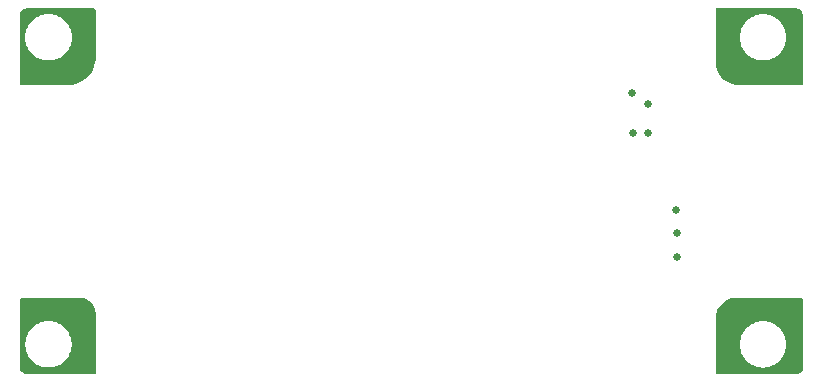
<source format=gbs>
G04*
G04 #@! TF.GenerationSoftware,Altium Limited,Altium Designer,21.6.4 (81)*
G04*
G04 Layer_Color=16711935*
%FSLAX25Y25*%
%MOIN*%
G70*
G04*
G04 #@! TF.SameCoordinates,EC57A691-81B7-4C8C-A3E3-72FCA770F10A*
G04*
G04*
G04 #@! TF.FilePolarity,Negative*
G04*
G01*
G75*
%ADD40C,0.02559*%
G36*
X22256Y27001D02*
X22652Y26941D01*
X23042Y26851D01*
X23423Y26732D01*
X23795Y26584D01*
X24155Y26409D01*
X24500Y26206D01*
X24829Y25979D01*
X25139Y25727D01*
X25430Y25452D01*
X25700Y25157D01*
X25946Y24841D01*
X26168Y24508D01*
X26363Y24160D01*
X26532Y23797D01*
X26673Y23423D01*
X26785Y23039D01*
X26868Y22647D01*
X26884Y22531D01*
X26933Y22051D01*
X26933Y22051D01*
X26933Y22051D01*
Y1958D01*
X26579Y1604D01*
X4114Y1606D01*
X4114Y1606D01*
X4114Y1606D01*
X3867D01*
X3382Y1702D01*
X2926Y1891D01*
X2515Y2166D01*
X2166Y2515D01*
X1891Y2926D01*
X1702Y3382D01*
X1606Y3867D01*
X1606Y4114D01*
X1606Y4114D01*
X1606Y4114D01*
X1604Y26678D01*
X1958Y27031D01*
X21657Y27031D01*
X21858Y27031D01*
X22256Y27001D01*
D02*
G37*
G36*
X26916Y123030D02*
X26916Y106235D01*
X26829Y105390D01*
X26350Y103760D01*
X25582Y102245D01*
X24550Y100895D01*
X23288Y99757D01*
X21840Y98868D01*
X20255Y98258D01*
X18584Y97948D01*
X17735Y97948D01*
X1599D01*
X1598Y120772D01*
X1598Y121029D01*
X1698Y121533D01*
X1894Y122008D01*
X2180Y122435D01*
X2543Y122799D01*
X2970Y123085D01*
X3445Y123282D01*
X3949Y123382D01*
X4206Y123383D01*
X26562Y123383D01*
X26916Y123030D01*
D02*
G37*
G36*
X262849Y26678D02*
X262847Y3996D01*
X262847Y3996D01*
X262847Y3996D01*
X262847Y3759D01*
X262755Y3295D01*
X262574Y2857D01*
X262311Y2463D01*
X261976Y2128D01*
X261582Y1864D01*
X261145Y1683D01*
X260680Y1590D01*
X260443Y1590D01*
X233626Y1592D01*
Y3954D01*
X233626Y20437D01*
X233661Y21099D01*
X233978Y22385D01*
X234533Y23588D01*
X235304Y24665D01*
X236265Y25576D01*
X237381Y26291D01*
X238612Y26781D01*
X239912Y27031D01*
X240575D01*
X240575Y27031D01*
X262496D01*
X262849Y26678D01*
D02*
G37*
G36*
X260984Y123289D02*
X261465Y123090D01*
X261899Y122800D01*
X262267Y122432D01*
X262557Y121999D01*
X262757Y121518D01*
X262859Y121007D01*
X262859Y120747D01*
X262857Y97937D01*
X241059Y97937D01*
X240347D01*
X238948Y98207D01*
X237626Y98738D01*
X236429Y99510D01*
X235400Y100495D01*
X234577Y101657D01*
X233988Y102954D01*
X233657Y104340D01*
X233626Y105051D01*
Y106382D01*
X233626Y123390D01*
X260213Y123390D01*
X260473D01*
X260984Y123289D01*
D02*
G37*
%LPC*%
G36*
X11825Y19082D02*
X10623D01*
X10572Y19079D01*
X10520D01*
X10469Y19072D01*
X10417Y19069D01*
X10367Y19059D01*
X10316Y19052D01*
X9137Y18817D01*
X9087Y18804D01*
X9036Y18794D01*
X8987Y18777D01*
X8937Y18764D01*
X8889Y18744D01*
X8840Y18728D01*
X7730Y18268D01*
X7684Y18245D01*
X7636Y18225D01*
X7591Y18199D01*
X7545Y18176D01*
X7502Y18147D01*
X7457Y18122D01*
X6458Y17454D01*
X6417Y17422D01*
X6374Y17394D01*
X6335Y17360D01*
X6294Y17328D01*
X6257Y17292D01*
X6218Y17257D01*
X5368Y16408D01*
X5334Y16369D01*
X5298Y16332D01*
X5266Y16291D01*
X5232Y16252D01*
X5204Y16209D01*
X5172Y16168D01*
X4504Y15169D01*
X4479Y15124D01*
X4450Y15081D01*
X4427Y15035D01*
X4401Y14990D01*
X4381Y14942D01*
X4358Y14896D01*
X3898Y13785D01*
X3882Y13737D01*
X3862Y13689D01*
X3849Y13639D01*
X3832Y13590D01*
X3822Y13539D01*
X3809Y13489D01*
X3574Y12310D01*
X3567Y12259D01*
X3557Y12209D01*
X3554Y12157D01*
X3547Y12106D01*
Y12054D01*
X3544Y12003D01*
Y10801D01*
X3547Y10749D01*
Y10697D01*
X3554Y10646D01*
X3557Y10594D01*
X3567Y10544D01*
X3574Y10493D01*
X3809Y9314D01*
X3822Y9264D01*
X3832Y9213D01*
X3849Y9164D01*
X3862Y9114D01*
X3882Y9066D01*
X3898Y9018D01*
X4358Y7907D01*
X4381Y7861D01*
X4401Y7813D01*
X4427Y7768D01*
X4450Y7722D01*
X4479Y7679D01*
X4504Y7634D01*
X5172Y6635D01*
X5204Y6594D01*
X5232Y6551D01*
X5266Y6512D01*
X5298Y6471D01*
X5334Y6434D01*
X5368Y6396D01*
X6218Y5546D01*
X6257Y5512D01*
X6294Y5475D01*
X6335Y5443D01*
X6374Y5410D01*
X6417Y5381D01*
X6458Y5349D01*
X7457Y4682D01*
X7502Y4656D01*
X7545Y4627D01*
X7591Y4604D01*
X7636Y4578D01*
X7683Y4559D01*
X7730Y4536D01*
X8840Y4076D01*
X8889Y4059D01*
X8937Y4039D01*
X8987Y4026D01*
X9036Y4009D01*
X9087Y3999D01*
X9137Y3986D01*
X10316Y3751D01*
X10367Y3745D01*
X10417Y3734D01*
X10469Y3731D01*
X10520Y3724D01*
X10572D01*
X10623Y3721D01*
X11825D01*
X11877Y3724D01*
X11929D01*
X11980Y3731D01*
X12031Y3734D01*
X12082Y3745D01*
X12133Y3751D01*
X13312Y3986D01*
X13362Y3999D01*
X13413Y4009D01*
X13462Y4026D01*
X13512Y4039D01*
X13559Y4059D01*
X13608Y4076D01*
X14719Y4536D01*
X14765Y4558D01*
X14813Y4578D01*
X14858Y4604D01*
X14904Y4627D01*
X14947Y4656D01*
X14992Y4682D01*
X15991Y5349D01*
X16032Y5381D01*
X16075Y5410D01*
X16114Y5443D01*
X16155Y5475D01*
X16192Y5512D01*
X16230Y5546D01*
X17080Y6396D01*
X17114Y6434D01*
X17151Y6471D01*
X17182Y6512D01*
X17217Y6551D01*
X17245Y6594D01*
X17277Y6635D01*
X17944Y7634D01*
X17970Y7679D01*
X17999Y7722D01*
X18022Y7768D01*
X18048Y7813D01*
X18067Y7861D01*
X18090Y7907D01*
X18550Y9018D01*
X18567Y9067D01*
X18587Y9114D01*
X18600Y9164D01*
X18617Y9213D01*
X18627Y9264D01*
X18640Y9314D01*
X18875Y10493D01*
X18881Y10544D01*
X18891Y10594D01*
X18895Y10646D01*
X18902Y10697D01*
Y10749D01*
X18905Y10801D01*
Y12003D01*
X18902Y12054D01*
Y12106D01*
X18895Y12157D01*
X18891Y12209D01*
X18881Y12259D01*
X18875Y12310D01*
X18640Y13489D01*
X18627Y13539D01*
X18617Y13590D01*
X18600Y13639D01*
X18587Y13689D01*
X18567Y13737D01*
X18550Y13785D01*
X18090Y14896D01*
X18067Y14942D01*
X18048Y14990D01*
X18022Y15035D01*
X17999Y15081D01*
X17970Y15124D01*
X17944Y15169D01*
X17277Y16168D01*
X17245Y16209D01*
X17217Y16252D01*
X17182Y16291D01*
X17151Y16332D01*
X17114Y16369D01*
X17080Y16408D01*
X16230Y17257D01*
X16192Y17292D01*
X16155Y17328D01*
X16114Y17360D01*
X16075Y17394D01*
X16032Y17422D01*
X15991Y17454D01*
X14992Y18122D01*
X14947Y18147D01*
X14904Y18176D01*
X14858Y18199D01*
X14813Y18225D01*
X14765Y18245D01*
X14719Y18268D01*
X13608Y18728D01*
X13559Y18744D01*
X13512Y18764D01*
X13462Y18777D01*
X13413Y18794D01*
X13362Y18804D01*
X13312Y18817D01*
X12133Y19052D01*
X12082Y19059D01*
X12031Y19069D01*
X11980Y19072D01*
X11929Y19079D01*
X11877D01*
X11825Y19082D01*
D02*
G37*
G36*
Y121472D02*
X10623D01*
X10468Y121441D01*
X10310D01*
X9131Y121206D01*
X8985Y121146D01*
X8830Y121115D01*
X7719Y120655D01*
X7588Y120567D01*
X7442Y120507D01*
X6442Y119839D01*
X6330Y119727D01*
X6199Y119639D01*
X5349Y118789D01*
X5261Y118658D01*
X5149Y118546D01*
X4482Y117546D01*
X4421Y117400D01*
X4333Y117269D01*
X3873Y116158D01*
X3842Y116003D01*
X3782Y115857D01*
X3547Y114678D01*
Y114520D01*
X3516Y114365D01*
Y113163D01*
X3547Y113008D01*
Y112849D01*
X3782Y111670D01*
X3842Y111524D01*
X3873Y111369D01*
X4333Y110259D01*
X4421Y110127D01*
X4482Y109981D01*
X5149Y108982D01*
X5261Y108870D01*
X5349Y108738D01*
X6199Y107888D01*
X6330Y107800D01*
X6442Y107689D01*
X7442Y107021D01*
X7588Y106960D01*
X7719Y106872D01*
X8830Y106412D01*
X8985Y106382D01*
X9131Y106321D01*
X10310Y106087D01*
X10468D01*
X10623Y106056D01*
X11825D01*
X11981Y106087D01*
X12139D01*
X13318Y106321D01*
X13464Y106382D01*
X13619Y106412D01*
X14729Y106872D01*
X14861Y106960D01*
X15007Y107021D01*
X16006Y107689D01*
X16118Y107800D01*
X16250Y107888D01*
X17100Y108738D01*
X17188Y108870D01*
X17300Y108982D01*
X17967Y109981D01*
X18028Y110127D01*
X18116Y110259D01*
X18576Y111369D01*
X18607Y111524D01*
X18667Y111670D01*
X18902Y112849D01*
Y113008D01*
X18932Y113163D01*
Y114365D01*
X18902Y114520D01*
Y114678D01*
X18667Y115857D01*
X18607Y116003D01*
X18576Y116158D01*
X18116Y117269D01*
X18028Y117400D01*
X17967Y117546D01*
X17300Y118546D01*
X17188Y118658D01*
X17100Y118789D01*
X16250Y119639D01*
X16118Y119727D01*
X16006Y119839D01*
X15007Y120507D01*
X14861Y120567D01*
X14729Y120655D01*
X13619Y121115D01*
X13464Y121146D01*
X13318Y121206D01*
X12139Y121441D01*
X11981D01*
X11825Y121472D01*
D02*
G37*
G36*
X250014Y19110D02*
X248812D01*
X248657Y19079D01*
X248499D01*
X247320Y18844D01*
X247174Y18784D01*
X247019Y18753D01*
X245908Y18293D01*
X245777Y18205D01*
X245631Y18145D01*
X244631Y17477D01*
X244519Y17365D01*
X244388Y17277D01*
X243538Y16427D01*
X243450Y16296D01*
X243338Y16184D01*
X242670Y15184D01*
X242610Y15038D01*
X242522Y14907D01*
X242062Y13796D01*
X242031Y13641D01*
X241971Y13495D01*
X241736Y12316D01*
Y12158D01*
X241705Y12003D01*
Y10801D01*
X241736Y10645D01*
Y10487D01*
X241971Y9308D01*
X242031Y9162D01*
X242062Y9007D01*
X242522Y7897D01*
X242610Y7765D01*
X242670Y7619D01*
X243338Y6620D01*
X243450Y6508D01*
X243538Y6376D01*
X244388Y5526D01*
X244519Y5438D01*
X244631Y5327D01*
X245631Y4659D01*
X245777Y4598D01*
X245908Y4510D01*
X247019Y4050D01*
X247174Y4019D01*
X247320Y3959D01*
X248499Y3724D01*
X248657D01*
X248812Y3694D01*
X250014D01*
X250169Y3724D01*
X250328D01*
X251507Y3959D01*
X251653Y4019D01*
X251808Y4050D01*
X252918Y4510D01*
X253050Y4598D01*
X253196Y4659D01*
X254195Y5327D01*
X254307Y5438D01*
X254439Y5526D01*
X255289Y6376D01*
X255377Y6508D01*
X255488Y6620D01*
X256156Y7619D01*
X256217Y7765D01*
X256305Y7897D01*
X256765Y9007D01*
X256796Y9162D01*
X256856Y9308D01*
X257090Y10487D01*
Y10645D01*
X257121Y10801D01*
Y12003D01*
X257090Y12158D01*
Y12316D01*
X256856Y13495D01*
X256796Y13641D01*
X256765Y13796D01*
X256305Y14907D01*
X256217Y15038D01*
X256156Y15184D01*
X255488Y16184D01*
X255377Y16296D01*
X255289Y16427D01*
X254439Y17277D01*
X254307Y17365D01*
X254195Y17477D01*
X253196Y18145D01*
X253050Y18205D01*
X252918Y18293D01*
X251808Y18753D01*
X251653Y18784D01*
X251507Y18844D01*
X250328Y19079D01*
X250169D01*
X250014Y19110D01*
D02*
G37*
G36*
Y121472D02*
X248812D01*
X248657Y121441D01*
X248499D01*
X247320Y121206D01*
X247174Y121146D01*
X247019Y121115D01*
X245908Y120655D01*
X245777Y120567D01*
X245631Y120507D01*
X244631Y119839D01*
X244519Y119727D01*
X244388Y119639D01*
X243538Y118789D01*
X243450Y118658D01*
X243338Y118546D01*
X242670Y117546D01*
X242610Y117400D01*
X242522Y117269D01*
X242062Y116158D01*
X242031Y116003D01*
X241971Y115857D01*
X241736Y114678D01*
Y114520D01*
X241705Y114365D01*
Y113764D01*
Y113163D01*
X241736Y113008D01*
Y112849D01*
X241971Y111670D01*
X242031Y111524D01*
X242062Y111369D01*
X242522Y110259D01*
X242610Y110127D01*
X242670Y109981D01*
X243338Y108982D01*
X243450Y108870D01*
X243538Y108738D01*
X244388Y107888D01*
X244519Y107800D01*
X244631Y107689D01*
X245631Y107021D01*
X245777Y106960D01*
X245908Y106872D01*
X247019Y106412D01*
X247174Y106382D01*
X247320Y106321D01*
X248499Y106087D01*
X248657D01*
X248812Y106056D01*
X250014D01*
X250169Y106087D01*
X250328D01*
X251507Y106321D01*
X251653Y106382D01*
X251808Y106412D01*
X252918Y106872D01*
X253050Y106960D01*
X253196Y107021D01*
X254195Y107689D01*
X254307Y107800D01*
X254439Y107888D01*
X255289Y108738D01*
X255377Y108870D01*
X255488Y108982D01*
X256156Y109981D01*
X256217Y110127D01*
X256305Y110259D01*
X256765Y111369D01*
X256796Y111524D01*
X256856Y111670D01*
X257090Y112849D01*
Y113008D01*
X257121Y113163D01*
Y113764D01*
Y114365D01*
X257090Y114520D01*
Y114678D01*
X256856Y115857D01*
X256796Y116003D01*
X256765Y116158D01*
X256305Y117269D01*
X256217Y117400D01*
X256156Y117546D01*
X255488Y118546D01*
X255377Y118658D01*
X255289Y118789D01*
X254439Y119639D01*
X254307Y119727D01*
X254195Y119839D01*
X253196Y120507D01*
X253050Y120567D01*
X252918Y120655D01*
X251808Y121115D01*
X251653Y121146D01*
X251507Y121206D01*
X250328Y121441D01*
X250169D01*
X250014Y121472D01*
D02*
G37*
%LPD*%
G54D40*
X205906Y81905D02*
D03*
X205892Y95276D02*
D03*
X211024Y91610D02*
D03*
Y81890D02*
D03*
X220866Y40551D02*
D03*
Y48425D02*
D03*
X220472Y56299D02*
D03*
M02*

</source>
